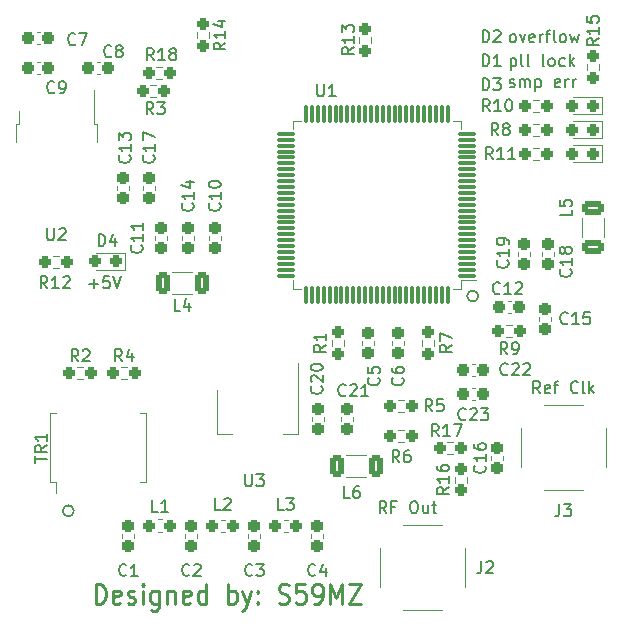
<source format=gto>
G04 #@! TF.GenerationSoftware,KiCad,Pcbnew,6.0.9-8da3e8f707~116~ubuntu20.04.1*
G04 #@! TF.CreationDate,2022-12-06T17:06:51+01:00*
G04 #@! TF.ProjectId,iqdac,69716461-632e-46b6-9963-61645f706362,rev?*
G04 #@! TF.SameCoordinates,Original*
G04 #@! TF.FileFunction,Legend,Top*
G04 #@! TF.FilePolarity,Positive*
%FSLAX46Y46*%
G04 Gerber Fmt 4.6, Leading zero omitted, Abs format (unit mm)*
G04 Created by KiCad (PCBNEW 6.0.9-8da3e8f707~116~ubuntu20.04.1) date 2022-12-06 17:06:51*
%MOMM*%
%LPD*%
G01*
G04 APERTURE LIST*
G04 Aperture macros list*
%AMRoundRect*
0 Rectangle with rounded corners*
0 $1 Rounding radius*
0 $2 $3 $4 $5 $6 $7 $8 $9 X,Y pos of 4 corners*
0 Add a 4 corners polygon primitive as box body*
4,1,4,$2,$3,$4,$5,$6,$7,$8,$9,$2,$3,0*
0 Add four circle primitives for the rounded corners*
1,1,$1+$1,$2,$3*
1,1,$1+$1,$4,$5*
1,1,$1+$1,$6,$7*
1,1,$1+$1,$8,$9*
0 Add four rect primitives between the rounded corners*
20,1,$1+$1,$2,$3,$4,$5,0*
20,1,$1+$1,$4,$5,$6,$7,0*
20,1,$1+$1,$6,$7,$8,$9,0*
20,1,$1+$1,$8,$9,$2,$3,0*%
G04 Aperture macros list end*
%ADD10C,0.150000*%
%ADD11C,0.250000*%
%ADD12C,0.120000*%
%ADD13RoundRect,0.237500X-0.237500X0.250000X-0.237500X-0.250000X0.237500X-0.250000X0.237500X0.250000X0*%
%ADD14RoundRect,0.075000X0.662500X0.075000X-0.662500X0.075000X-0.662500X-0.075000X0.662500X-0.075000X0*%
%ADD15RoundRect,0.075000X0.075000X0.662500X-0.075000X0.662500X-0.075000X-0.662500X0.075000X-0.662500X0*%
%ADD16R,5.000000X5.000000*%
%ADD17RoundRect,0.237500X0.237500X-0.300000X0.237500X0.300000X-0.237500X0.300000X-0.237500X-0.300000X0*%
%ADD18RoundRect,0.237500X0.287500X0.237500X-0.287500X0.237500X-0.287500X-0.237500X0.287500X-0.237500X0*%
%ADD19R,1.500000X2.000000*%
%ADD20R,3.800000X2.000000*%
%ADD21RoundRect,0.237500X0.300000X0.237500X-0.300000X0.237500X-0.300000X-0.237500X0.300000X-0.237500X0*%
%ADD22RoundRect,0.237500X-0.250000X-0.237500X0.250000X-0.237500X0.250000X0.237500X-0.250000X0.237500X0*%
%ADD23R,1.650000X2.540000*%
%ADD24RoundRect,0.237500X-0.300000X-0.237500X0.300000X-0.237500X0.300000X0.237500X-0.300000X0.237500X0*%
%ADD25RoundRect,0.237500X0.250000X0.237500X-0.250000X0.237500X-0.250000X-0.237500X0.250000X-0.237500X0*%
%ADD26RoundRect,0.237500X-0.287500X-0.237500X0.287500X-0.237500X0.287500X0.237500X-0.287500X0.237500X0*%
%ADD27RoundRect,0.237500X-0.237500X0.300000X-0.237500X-0.300000X0.237500X-0.300000X0.237500X0.300000X0*%
%ADD28C,2.050000*%
%ADD29C,2.250000*%
%ADD30C,2.500000*%
%ADD31RoundRect,0.250000X-0.700000X0.362500X-0.700000X-0.362500X0.700000X-0.362500X0.700000X0.362500X0*%
%ADD32RoundRect,0.250000X-0.362500X-0.700000X0.362500X-0.700000X0.362500X0.700000X-0.362500X0.700000X0*%
%ADD33R,1.200000X2.200000*%
%ADD34R,5.800000X6.400000*%
%ADD35RoundRect,0.250000X0.362500X0.700000X-0.362500X0.700000X-0.362500X-0.700000X0.362500X-0.700000X0*%
%ADD36RoundRect,0.237500X0.237500X-0.250000X0.237500X0.250000X-0.237500X0.250000X-0.237500X-0.250000X0*%
%ADD37R,1.700000X1.700000*%
%ADD38O,1.700000X1.700000*%
G04 APERTURE END LIST*
D10*
X141438353Y-99314000D02*
G75*
G03*
X141438353Y-99314000I-468353J0D01*
G01*
X175677553Y-81127600D02*
G75*
G03*
X175677553Y-81127600I-468353J0D01*
G01*
X178435333Y-60999714D02*
X178435333Y-61999714D01*
X178435333Y-61047333D02*
X178530571Y-60999714D01*
X178721047Y-60999714D01*
X178816285Y-61047333D01*
X178863904Y-61094952D01*
X178911523Y-61190190D01*
X178911523Y-61475904D01*
X178863904Y-61571142D01*
X178816285Y-61618761D01*
X178721047Y-61666380D01*
X178530571Y-61666380D01*
X178435333Y-61618761D01*
X179482952Y-61666380D02*
X179387714Y-61618761D01*
X179340095Y-61523523D01*
X179340095Y-60666380D01*
X180006761Y-61666380D02*
X179911523Y-61618761D01*
X179863904Y-61523523D01*
X179863904Y-60666380D01*
X181292476Y-61666380D02*
X181197238Y-61618761D01*
X181149619Y-61523523D01*
X181149619Y-60666380D01*
X181816285Y-61666380D02*
X181721047Y-61618761D01*
X181673428Y-61571142D01*
X181625809Y-61475904D01*
X181625809Y-61190190D01*
X181673428Y-61094952D01*
X181721047Y-61047333D01*
X181816285Y-60999714D01*
X181959142Y-60999714D01*
X182054380Y-61047333D01*
X182102000Y-61094952D01*
X182149619Y-61190190D01*
X182149619Y-61475904D01*
X182102000Y-61571142D01*
X182054380Y-61618761D01*
X181959142Y-61666380D01*
X181816285Y-61666380D01*
X183006761Y-61618761D02*
X182911523Y-61666380D01*
X182721047Y-61666380D01*
X182625809Y-61618761D01*
X182578190Y-61571142D01*
X182530571Y-61475904D01*
X182530571Y-61190190D01*
X182578190Y-61094952D01*
X182625809Y-61047333D01*
X182721047Y-60999714D01*
X182911523Y-60999714D01*
X183006761Y-61047333D01*
X183435333Y-61666380D02*
X183435333Y-60666380D01*
X183530571Y-61285428D02*
X183816285Y-61666380D01*
X183816285Y-60999714D02*
X183435333Y-61380666D01*
X178340095Y-63396761D02*
X178435333Y-63444380D01*
X178625809Y-63444380D01*
X178721047Y-63396761D01*
X178768666Y-63301523D01*
X178768666Y-63253904D01*
X178721047Y-63158666D01*
X178625809Y-63111047D01*
X178482952Y-63111047D01*
X178387714Y-63063428D01*
X178340095Y-62968190D01*
X178340095Y-62920571D01*
X178387714Y-62825333D01*
X178482952Y-62777714D01*
X178625809Y-62777714D01*
X178721047Y-62825333D01*
X179197238Y-63444380D02*
X179197238Y-62777714D01*
X179197238Y-62872952D02*
X179244857Y-62825333D01*
X179340095Y-62777714D01*
X179482952Y-62777714D01*
X179578190Y-62825333D01*
X179625809Y-62920571D01*
X179625809Y-63444380D01*
X179625809Y-62920571D02*
X179673428Y-62825333D01*
X179768666Y-62777714D01*
X179911523Y-62777714D01*
X180006761Y-62825333D01*
X180054380Y-62920571D01*
X180054380Y-63444380D01*
X180530571Y-62777714D02*
X180530571Y-63777714D01*
X180530571Y-62825333D02*
X180625809Y-62777714D01*
X180816285Y-62777714D01*
X180911523Y-62825333D01*
X180959142Y-62872952D01*
X181006761Y-62968190D01*
X181006761Y-63253904D01*
X180959142Y-63349142D01*
X180911523Y-63396761D01*
X180816285Y-63444380D01*
X180625809Y-63444380D01*
X180530571Y-63396761D01*
X182578190Y-63396761D02*
X182482952Y-63444380D01*
X182292476Y-63444380D01*
X182197238Y-63396761D01*
X182149619Y-63301523D01*
X182149619Y-62920571D01*
X182197238Y-62825333D01*
X182292476Y-62777714D01*
X182482952Y-62777714D01*
X182578190Y-62825333D01*
X182625809Y-62920571D01*
X182625809Y-63015809D01*
X182149619Y-63111047D01*
X183054380Y-63444380D02*
X183054380Y-62777714D01*
X183054380Y-62968190D02*
X183102000Y-62872952D01*
X183149619Y-62825333D01*
X183244857Y-62777714D01*
X183340095Y-62777714D01*
X183673428Y-63444380D02*
X183673428Y-62777714D01*
X183673428Y-62968190D02*
X183721047Y-62872952D01*
X183768666Y-62825333D01*
X183863904Y-62777714D01*
X183959142Y-62777714D01*
X178532452Y-59634380D02*
X178437214Y-59586761D01*
X178389595Y-59539142D01*
X178341976Y-59443904D01*
X178341976Y-59158190D01*
X178389595Y-59062952D01*
X178437214Y-59015333D01*
X178532452Y-58967714D01*
X178675309Y-58967714D01*
X178770547Y-59015333D01*
X178818166Y-59062952D01*
X178865785Y-59158190D01*
X178865785Y-59443904D01*
X178818166Y-59539142D01*
X178770547Y-59586761D01*
X178675309Y-59634380D01*
X178532452Y-59634380D01*
X179199119Y-58967714D02*
X179437214Y-59634380D01*
X179675309Y-58967714D01*
X180437214Y-59586761D02*
X180341976Y-59634380D01*
X180151500Y-59634380D01*
X180056261Y-59586761D01*
X180008642Y-59491523D01*
X180008642Y-59110571D01*
X180056261Y-59015333D01*
X180151500Y-58967714D01*
X180341976Y-58967714D01*
X180437214Y-59015333D01*
X180484833Y-59110571D01*
X180484833Y-59205809D01*
X180008642Y-59301047D01*
X180913404Y-59634380D02*
X180913404Y-58967714D01*
X180913404Y-59158190D02*
X180961023Y-59062952D01*
X181008642Y-59015333D01*
X181103880Y-58967714D01*
X181199119Y-58967714D01*
X181389595Y-58967714D02*
X181770547Y-58967714D01*
X181532452Y-59634380D02*
X181532452Y-58777238D01*
X181580071Y-58682000D01*
X181675309Y-58634380D01*
X181770547Y-58634380D01*
X182246738Y-59634380D02*
X182151500Y-59586761D01*
X182103880Y-59491523D01*
X182103880Y-58634380D01*
X182770547Y-59634380D02*
X182675309Y-59586761D01*
X182627690Y-59539142D01*
X182580071Y-59443904D01*
X182580071Y-59158190D01*
X182627690Y-59062952D01*
X182675309Y-59015333D01*
X182770547Y-58967714D01*
X182913404Y-58967714D01*
X183008642Y-59015333D01*
X183056261Y-59062952D01*
X183103880Y-59158190D01*
X183103880Y-59443904D01*
X183056261Y-59539142D01*
X183008642Y-59586761D01*
X182913404Y-59634380D01*
X182770547Y-59634380D01*
X183437214Y-58967714D02*
X183627690Y-59634380D01*
X183818166Y-59158190D01*
X184008642Y-59634380D01*
X184199119Y-58967714D01*
X167910095Y-99512380D02*
X167576761Y-99036190D01*
X167338666Y-99512380D02*
X167338666Y-98512380D01*
X167719619Y-98512380D01*
X167814857Y-98560000D01*
X167862476Y-98607619D01*
X167910095Y-98702857D01*
X167910095Y-98845714D01*
X167862476Y-98940952D01*
X167814857Y-98988571D01*
X167719619Y-99036190D01*
X167338666Y-99036190D01*
X168672000Y-98988571D02*
X168338666Y-98988571D01*
X168338666Y-99512380D02*
X168338666Y-98512380D01*
X168814857Y-98512380D01*
X170148190Y-98512380D02*
X170338666Y-98512380D01*
X170433904Y-98560000D01*
X170529142Y-98655238D01*
X170576761Y-98845714D01*
X170576761Y-99179047D01*
X170529142Y-99369523D01*
X170433904Y-99464761D01*
X170338666Y-99512380D01*
X170148190Y-99512380D01*
X170052952Y-99464761D01*
X169957714Y-99369523D01*
X169910095Y-99179047D01*
X169910095Y-98845714D01*
X169957714Y-98655238D01*
X170052952Y-98560000D01*
X170148190Y-98512380D01*
X171433904Y-98845714D02*
X171433904Y-99512380D01*
X171005333Y-98845714D02*
X171005333Y-99369523D01*
X171052952Y-99464761D01*
X171148190Y-99512380D01*
X171291047Y-99512380D01*
X171386285Y-99464761D01*
X171433904Y-99417142D01*
X171767238Y-98845714D02*
X172148190Y-98845714D01*
X171910095Y-98512380D02*
X171910095Y-99369523D01*
X171957714Y-99464761D01*
X172052952Y-99512380D01*
X172148190Y-99512380D01*
X142732285Y-80081428D02*
X143494190Y-80081428D01*
X143113238Y-80462380D02*
X143113238Y-79700476D01*
X144446571Y-79462380D02*
X143970380Y-79462380D01*
X143922761Y-79938571D01*
X143970380Y-79890952D01*
X144065619Y-79843333D01*
X144303714Y-79843333D01*
X144398952Y-79890952D01*
X144446571Y-79938571D01*
X144494190Y-80033809D01*
X144494190Y-80271904D01*
X144446571Y-80367142D01*
X144398952Y-80414761D01*
X144303714Y-80462380D01*
X144065619Y-80462380D01*
X143970380Y-80414761D01*
X143922761Y-80367142D01*
X144779904Y-79462380D02*
X145113238Y-80462380D01*
X145446571Y-79462380D01*
D11*
X143289142Y-107195047D02*
X143289142Y-105495047D01*
X143646285Y-105495047D01*
X143860571Y-105576000D01*
X144003428Y-105737904D01*
X144074857Y-105899809D01*
X144146285Y-106223619D01*
X144146285Y-106466476D01*
X144074857Y-106790285D01*
X144003428Y-106952190D01*
X143860571Y-107114095D01*
X143646285Y-107195047D01*
X143289142Y-107195047D01*
X145360571Y-107114095D02*
X145217714Y-107195047D01*
X144932000Y-107195047D01*
X144789142Y-107114095D01*
X144717714Y-106952190D01*
X144717714Y-106304571D01*
X144789142Y-106142666D01*
X144932000Y-106061714D01*
X145217714Y-106061714D01*
X145360571Y-106142666D01*
X145432000Y-106304571D01*
X145432000Y-106466476D01*
X144717714Y-106628380D01*
X146003428Y-107114095D02*
X146146285Y-107195047D01*
X146432000Y-107195047D01*
X146574857Y-107114095D01*
X146646285Y-106952190D01*
X146646285Y-106871238D01*
X146574857Y-106709333D01*
X146432000Y-106628380D01*
X146217714Y-106628380D01*
X146074857Y-106547428D01*
X146003428Y-106385523D01*
X146003428Y-106304571D01*
X146074857Y-106142666D01*
X146217714Y-106061714D01*
X146432000Y-106061714D01*
X146574857Y-106142666D01*
X147289142Y-107195047D02*
X147289142Y-106061714D01*
X147289142Y-105495047D02*
X147217714Y-105576000D01*
X147289142Y-105656952D01*
X147360571Y-105576000D01*
X147289142Y-105495047D01*
X147289142Y-105656952D01*
X148646285Y-106061714D02*
X148646285Y-107437904D01*
X148574857Y-107599809D01*
X148503428Y-107680761D01*
X148360571Y-107761714D01*
X148146285Y-107761714D01*
X148003428Y-107680761D01*
X148646285Y-107114095D02*
X148503428Y-107195047D01*
X148217714Y-107195047D01*
X148074857Y-107114095D01*
X148003428Y-107033142D01*
X147932000Y-106871238D01*
X147932000Y-106385523D01*
X148003428Y-106223619D01*
X148074857Y-106142666D01*
X148217714Y-106061714D01*
X148503428Y-106061714D01*
X148646285Y-106142666D01*
X149360571Y-106061714D02*
X149360571Y-107195047D01*
X149360571Y-106223619D02*
X149432000Y-106142666D01*
X149574857Y-106061714D01*
X149789142Y-106061714D01*
X149932000Y-106142666D01*
X150003428Y-106304571D01*
X150003428Y-107195047D01*
X151289142Y-107114095D02*
X151146285Y-107195047D01*
X150860571Y-107195047D01*
X150717714Y-107114095D01*
X150646285Y-106952190D01*
X150646285Y-106304571D01*
X150717714Y-106142666D01*
X150860571Y-106061714D01*
X151146285Y-106061714D01*
X151289142Y-106142666D01*
X151360571Y-106304571D01*
X151360571Y-106466476D01*
X150646285Y-106628380D01*
X152646285Y-107195047D02*
X152646285Y-105495047D01*
X152646285Y-107114095D02*
X152503428Y-107195047D01*
X152217714Y-107195047D01*
X152074857Y-107114095D01*
X152003428Y-107033142D01*
X151932000Y-106871238D01*
X151932000Y-106385523D01*
X152003428Y-106223619D01*
X152074857Y-106142666D01*
X152217714Y-106061714D01*
X152503428Y-106061714D01*
X152646285Y-106142666D01*
X154503428Y-107195047D02*
X154503428Y-105495047D01*
X154503428Y-106142666D02*
X154646285Y-106061714D01*
X154932000Y-106061714D01*
X155074857Y-106142666D01*
X155146285Y-106223619D01*
X155217714Y-106385523D01*
X155217714Y-106871238D01*
X155146285Y-107033142D01*
X155074857Y-107114095D01*
X154932000Y-107195047D01*
X154646285Y-107195047D01*
X154503428Y-107114095D01*
X155717714Y-106061714D02*
X156074857Y-107195047D01*
X156432000Y-106061714D02*
X156074857Y-107195047D01*
X155932000Y-107599809D01*
X155860571Y-107680761D01*
X155717714Y-107761714D01*
X157003428Y-107033142D02*
X157074857Y-107114095D01*
X157003428Y-107195047D01*
X156932000Y-107114095D01*
X157003428Y-107033142D01*
X157003428Y-107195047D01*
X157003428Y-106142666D02*
X157074857Y-106223619D01*
X157003428Y-106304571D01*
X156932000Y-106223619D01*
X157003428Y-106142666D01*
X157003428Y-106304571D01*
X158789142Y-107114095D02*
X159003428Y-107195047D01*
X159360571Y-107195047D01*
X159503428Y-107114095D01*
X159574857Y-107033142D01*
X159646285Y-106871238D01*
X159646285Y-106709333D01*
X159574857Y-106547428D01*
X159503428Y-106466476D01*
X159360571Y-106385523D01*
X159074857Y-106304571D01*
X158932000Y-106223619D01*
X158860571Y-106142666D01*
X158789142Y-105980761D01*
X158789142Y-105818857D01*
X158860571Y-105656952D01*
X158932000Y-105576000D01*
X159074857Y-105495047D01*
X159432000Y-105495047D01*
X159646285Y-105576000D01*
X161003428Y-105495047D02*
X160289142Y-105495047D01*
X160217714Y-106304571D01*
X160289142Y-106223619D01*
X160432000Y-106142666D01*
X160789142Y-106142666D01*
X160932000Y-106223619D01*
X161003428Y-106304571D01*
X161074857Y-106466476D01*
X161074857Y-106871238D01*
X161003428Y-107033142D01*
X160932000Y-107114095D01*
X160789142Y-107195047D01*
X160432000Y-107195047D01*
X160289142Y-107114095D01*
X160217714Y-107033142D01*
X161789142Y-107195047D02*
X162074857Y-107195047D01*
X162217714Y-107114095D01*
X162289142Y-107033142D01*
X162432000Y-106790285D01*
X162503428Y-106466476D01*
X162503428Y-105818857D01*
X162432000Y-105656952D01*
X162360571Y-105576000D01*
X162217714Y-105495047D01*
X161932000Y-105495047D01*
X161789142Y-105576000D01*
X161717714Y-105656952D01*
X161646285Y-105818857D01*
X161646285Y-106223619D01*
X161717714Y-106385523D01*
X161789142Y-106466476D01*
X161932000Y-106547428D01*
X162217714Y-106547428D01*
X162360571Y-106466476D01*
X162432000Y-106385523D01*
X162503428Y-106223619D01*
X163146285Y-107195047D02*
X163146285Y-105495047D01*
X163646285Y-106709333D01*
X164146285Y-105495047D01*
X164146285Y-107195047D01*
X164717714Y-105495047D02*
X165717714Y-105495047D01*
X164717714Y-107195047D01*
X165717714Y-107195047D01*
D10*
X180927619Y-89352380D02*
X180594285Y-88876190D01*
X180356190Y-89352380D02*
X180356190Y-88352380D01*
X180737142Y-88352380D01*
X180832380Y-88400000D01*
X180880000Y-88447619D01*
X180927619Y-88542857D01*
X180927619Y-88685714D01*
X180880000Y-88780952D01*
X180832380Y-88828571D01*
X180737142Y-88876190D01*
X180356190Y-88876190D01*
X181737142Y-89304761D02*
X181641904Y-89352380D01*
X181451428Y-89352380D01*
X181356190Y-89304761D01*
X181308571Y-89209523D01*
X181308571Y-88828571D01*
X181356190Y-88733333D01*
X181451428Y-88685714D01*
X181641904Y-88685714D01*
X181737142Y-88733333D01*
X181784761Y-88828571D01*
X181784761Y-88923809D01*
X181308571Y-89019047D01*
X182070476Y-88685714D02*
X182451428Y-88685714D01*
X182213333Y-89352380D02*
X182213333Y-88495238D01*
X182260952Y-88400000D01*
X182356190Y-88352380D01*
X182451428Y-88352380D01*
X184118095Y-89257142D02*
X184070476Y-89304761D01*
X183927619Y-89352380D01*
X183832380Y-89352380D01*
X183689523Y-89304761D01*
X183594285Y-89209523D01*
X183546666Y-89114285D01*
X183499047Y-88923809D01*
X183499047Y-88780952D01*
X183546666Y-88590476D01*
X183594285Y-88495238D01*
X183689523Y-88400000D01*
X183832380Y-88352380D01*
X183927619Y-88352380D01*
X184070476Y-88400000D01*
X184118095Y-88447619D01*
X184689523Y-89352380D02*
X184594285Y-89304761D01*
X184546666Y-89209523D01*
X184546666Y-88352380D01*
X185070476Y-89352380D02*
X185070476Y-88352380D01*
X185165714Y-88971428D02*
X185451428Y-89352380D01*
X185451428Y-88685714D02*
X185070476Y-89066666D01*
X154282380Y-59674357D02*
X153806190Y-60007690D01*
X154282380Y-60245785D02*
X153282380Y-60245785D01*
X153282380Y-59864833D01*
X153330000Y-59769595D01*
X153377619Y-59721976D01*
X153472857Y-59674357D01*
X153615714Y-59674357D01*
X153710952Y-59721976D01*
X153758571Y-59769595D01*
X153806190Y-59864833D01*
X153806190Y-60245785D01*
X154282380Y-58721976D02*
X154282380Y-59293404D01*
X154282380Y-59007690D02*
X153282380Y-59007690D01*
X153425238Y-59102928D01*
X153520476Y-59198166D01*
X153568095Y-59293404D01*
X153615714Y-57864833D02*
X154282380Y-57864833D01*
X153234761Y-58102928D02*
X153949047Y-58341023D01*
X153949047Y-57721976D01*
X162052095Y-63206380D02*
X162052095Y-64015904D01*
X162099714Y-64111142D01*
X162147333Y-64158761D01*
X162242571Y-64206380D01*
X162433047Y-64206380D01*
X162528285Y-64158761D01*
X162575904Y-64111142D01*
X162623523Y-64015904D01*
X162623523Y-63206380D01*
X163623523Y-64206380D02*
X163052095Y-64206380D01*
X163337809Y-64206380D02*
X163337809Y-63206380D01*
X163242571Y-63349238D01*
X163147333Y-63444476D01*
X163052095Y-63492095D01*
X161897333Y-104738642D02*
X161849714Y-104786261D01*
X161706857Y-104833880D01*
X161611619Y-104833880D01*
X161468761Y-104786261D01*
X161373523Y-104691023D01*
X161325904Y-104595785D01*
X161278285Y-104405309D01*
X161278285Y-104262452D01*
X161325904Y-104071976D01*
X161373523Y-103976738D01*
X161468761Y-103881500D01*
X161611619Y-103833880D01*
X161706857Y-103833880D01*
X161849714Y-103881500D01*
X161897333Y-103929119D01*
X162754476Y-104167214D02*
X162754476Y-104833880D01*
X162516380Y-103786261D02*
X162278285Y-104500547D01*
X162897333Y-104500547D01*
X176045904Y-61666380D02*
X176045904Y-60666380D01*
X176284000Y-60666380D01*
X176426857Y-60714000D01*
X176522095Y-60809238D01*
X176569714Y-60904476D01*
X176617333Y-61094952D01*
X176617333Y-61237809D01*
X176569714Y-61428285D01*
X176522095Y-61523523D01*
X176426857Y-61618761D01*
X176284000Y-61666380D01*
X176045904Y-61666380D01*
X177569714Y-61666380D02*
X176998285Y-61666380D01*
X177284000Y-61666380D02*
X177284000Y-60666380D01*
X177188761Y-60809238D01*
X177093523Y-60904476D01*
X176998285Y-60952095D01*
X155956095Y-96226380D02*
X155956095Y-97035904D01*
X156003714Y-97131142D01*
X156051333Y-97178761D01*
X156146571Y-97226380D01*
X156337047Y-97226380D01*
X156432285Y-97178761D01*
X156479904Y-97131142D01*
X156527523Y-97035904D01*
X156527523Y-96226380D01*
X156908476Y-96226380D02*
X157527523Y-96226380D01*
X157194190Y-96607333D01*
X157337047Y-96607333D01*
X157432285Y-96654952D01*
X157479904Y-96702571D01*
X157527523Y-96797809D01*
X157527523Y-97035904D01*
X157479904Y-97131142D01*
X157432285Y-97178761D01*
X157337047Y-97226380D01*
X157051333Y-97226380D01*
X156956095Y-97178761D01*
X156908476Y-97131142D01*
X167235142Y-88050666D02*
X167282761Y-88098285D01*
X167330380Y-88241142D01*
X167330380Y-88336380D01*
X167282761Y-88479238D01*
X167187523Y-88574476D01*
X167092285Y-88622095D01*
X166901809Y-88669714D01*
X166758952Y-88669714D01*
X166568476Y-88622095D01*
X166473238Y-88574476D01*
X166378000Y-88479238D01*
X166330380Y-88336380D01*
X166330380Y-88241142D01*
X166378000Y-88098285D01*
X166425619Y-88050666D01*
X166330380Y-87145904D02*
X166330380Y-87622095D01*
X166806571Y-87669714D01*
X166758952Y-87622095D01*
X166711333Y-87526857D01*
X166711333Y-87288761D01*
X166758952Y-87193523D01*
X166806571Y-87145904D01*
X166901809Y-87098285D01*
X167139904Y-87098285D01*
X167235142Y-87145904D01*
X167282761Y-87193523D01*
X167330380Y-87288761D01*
X167330380Y-87526857D01*
X167282761Y-87622095D01*
X167235142Y-87669714D01*
X144613333Y-60809142D02*
X144565714Y-60856761D01*
X144422857Y-60904380D01*
X144327619Y-60904380D01*
X144184761Y-60856761D01*
X144089523Y-60761523D01*
X144041904Y-60666285D01*
X143994285Y-60475809D01*
X143994285Y-60332952D01*
X144041904Y-60142476D01*
X144089523Y-60047238D01*
X144184761Y-59952000D01*
X144327619Y-59904380D01*
X144422857Y-59904380D01*
X144565714Y-59952000D01*
X144613333Y-59999619D01*
X145184761Y-60332952D02*
X145089523Y-60285333D01*
X145041904Y-60237714D01*
X144994285Y-60142476D01*
X144994285Y-60094857D01*
X145041904Y-59999619D01*
X145089523Y-59952000D01*
X145184761Y-59904380D01*
X145375238Y-59904380D01*
X145470476Y-59952000D01*
X145518095Y-59999619D01*
X145565714Y-60094857D01*
X145565714Y-60142476D01*
X145518095Y-60237714D01*
X145470476Y-60285333D01*
X145375238Y-60332952D01*
X145184761Y-60332952D01*
X145089523Y-60380571D01*
X145041904Y-60428190D01*
X144994285Y-60523428D01*
X144994285Y-60713904D01*
X145041904Y-60809142D01*
X145089523Y-60856761D01*
X145184761Y-60904380D01*
X145375238Y-60904380D01*
X145470476Y-60856761D01*
X145518095Y-60809142D01*
X145565714Y-60713904D01*
X145565714Y-60523428D01*
X145518095Y-60428190D01*
X145470476Y-60380571D01*
X145375238Y-60332952D01*
X178141333Y-86050380D02*
X177808000Y-85574190D01*
X177569904Y-86050380D02*
X177569904Y-85050380D01*
X177950857Y-85050380D01*
X178046095Y-85098000D01*
X178093714Y-85145619D01*
X178141333Y-85240857D01*
X178141333Y-85383714D01*
X178093714Y-85478952D01*
X178046095Y-85526571D01*
X177950857Y-85574190D01*
X177569904Y-85574190D01*
X178617523Y-86050380D02*
X178808000Y-86050380D01*
X178903238Y-86002761D01*
X178950857Y-85955142D01*
X179046095Y-85812285D01*
X179093714Y-85621809D01*
X179093714Y-85240857D01*
X179046095Y-85145619D01*
X178998476Y-85098000D01*
X178903238Y-85050380D01*
X178712761Y-85050380D01*
X178617523Y-85098000D01*
X178569904Y-85145619D01*
X178522285Y-85240857D01*
X178522285Y-85478952D01*
X178569904Y-85574190D01*
X178617523Y-85621809D01*
X178712761Y-85669428D01*
X178903238Y-85669428D01*
X178998476Y-85621809D01*
X179046095Y-85574190D01*
X179093714Y-85478952D01*
X138136380Y-95241904D02*
X138136380Y-94670476D01*
X139136380Y-94956190D02*
X138136380Y-94956190D01*
X139136380Y-93765714D02*
X138660190Y-94099047D01*
X139136380Y-94337142D02*
X138136380Y-94337142D01*
X138136380Y-93956190D01*
X138184000Y-93860952D01*
X138231619Y-93813333D01*
X138326857Y-93765714D01*
X138469714Y-93765714D01*
X138564952Y-93813333D01*
X138612571Y-93860952D01*
X138660190Y-93956190D01*
X138660190Y-94337142D01*
X139136380Y-92813333D02*
X139136380Y-93384761D01*
X139136380Y-93099047D02*
X138136380Y-93099047D01*
X138279238Y-93194285D01*
X138374476Y-93289523D01*
X138422095Y-93384761D01*
X139207642Y-80462380D02*
X138874309Y-79986190D01*
X138636214Y-80462380D02*
X138636214Y-79462380D01*
X139017166Y-79462380D01*
X139112404Y-79510000D01*
X139160023Y-79557619D01*
X139207642Y-79652857D01*
X139207642Y-79795714D01*
X139160023Y-79890952D01*
X139112404Y-79938571D01*
X139017166Y-79986190D01*
X138636214Y-79986190D01*
X140160023Y-80462380D02*
X139588595Y-80462380D01*
X139874309Y-80462380D02*
X139874309Y-79462380D01*
X139779071Y-79605238D01*
X139683833Y-79700476D01*
X139588595Y-79748095D01*
X140540976Y-79557619D02*
X140588595Y-79510000D01*
X140683833Y-79462380D01*
X140921928Y-79462380D01*
X141017166Y-79510000D01*
X141064785Y-79557619D01*
X141112404Y-79652857D01*
X141112404Y-79748095D01*
X141064785Y-79890952D01*
X140493357Y-80462380D01*
X141112404Y-80462380D01*
X178173142Y-87733142D02*
X178125523Y-87780761D01*
X177982666Y-87828380D01*
X177887428Y-87828380D01*
X177744571Y-87780761D01*
X177649333Y-87685523D01*
X177601714Y-87590285D01*
X177554095Y-87399809D01*
X177554095Y-87256952D01*
X177601714Y-87066476D01*
X177649333Y-86971238D01*
X177744571Y-86876000D01*
X177887428Y-86828380D01*
X177982666Y-86828380D01*
X178125523Y-86876000D01*
X178173142Y-86923619D01*
X178554095Y-86923619D02*
X178601714Y-86876000D01*
X178696952Y-86828380D01*
X178935047Y-86828380D01*
X179030285Y-86876000D01*
X179077904Y-86923619D01*
X179125523Y-87018857D01*
X179125523Y-87114095D01*
X179077904Y-87256952D01*
X178506476Y-87828380D01*
X179125523Y-87828380D01*
X179506476Y-86923619D02*
X179554095Y-86876000D01*
X179649333Y-86828380D01*
X179887428Y-86828380D01*
X179982666Y-86876000D01*
X180030285Y-86923619D01*
X180077904Y-87018857D01*
X180077904Y-87114095D01*
X180030285Y-87256952D01*
X179458857Y-87828380D01*
X180077904Y-87828380D01*
X183253142Y-83415142D02*
X183205523Y-83462761D01*
X183062666Y-83510380D01*
X182967428Y-83510380D01*
X182824571Y-83462761D01*
X182729333Y-83367523D01*
X182681714Y-83272285D01*
X182634095Y-83081809D01*
X182634095Y-82938952D01*
X182681714Y-82748476D01*
X182729333Y-82653238D01*
X182824571Y-82558000D01*
X182967428Y-82510380D01*
X183062666Y-82510380D01*
X183205523Y-82558000D01*
X183253142Y-82605619D01*
X184205523Y-83510380D02*
X183634095Y-83510380D01*
X183919809Y-83510380D02*
X183919809Y-82510380D01*
X183824571Y-82653238D01*
X183729333Y-82748476D01*
X183634095Y-82796095D01*
X185110285Y-82510380D02*
X184634095Y-82510380D01*
X184586476Y-82986571D01*
X184634095Y-82938952D01*
X184729333Y-82891333D01*
X184967428Y-82891333D01*
X185062666Y-82938952D01*
X185110285Y-82986571D01*
X185157904Y-83081809D01*
X185157904Y-83319904D01*
X185110285Y-83415142D01*
X185062666Y-83462761D01*
X184967428Y-83510380D01*
X184729333Y-83510380D01*
X184634095Y-83462761D01*
X184586476Y-83415142D01*
X141819333Y-86652380D02*
X141486000Y-86176190D01*
X141247904Y-86652380D02*
X141247904Y-85652380D01*
X141628857Y-85652380D01*
X141724095Y-85700000D01*
X141771714Y-85747619D01*
X141819333Y-85842857D01*
X141819333Y-85985714D01*
X141771714Y-86080952D01*
X141724095Y-86128571D01*
X141628857Y-86176190D01*
X141247904Y-86176190D01*
X142200285Y-85747619D02*
X142247904Y-85700000D01*
X142343142Y-85652380D01*
X142581238Y-85652380D01*
X142676476Y-85700000D01*
X142724095Y-85747619D01*
X142771714Y-85842857D01*
X142771714Y-85938095D01*
X142724095Y-86080952D01*
X142152666Y-86652380D01*
X142771714Y-86652380D01*
X168997333Y-95194380D02*
X168664000Y-94718190D01*
X168425904Y-95194380D02*
X168425904Y-94194380D01*
X168806857Y-94194380D01*
X168902095Y-94242000D01*
X168949714Y-94289619D01*
X168997333Y-94384857D01*
X168997333Y-94527714D01*
X168949714Y-94622952D01*
X168902095Y-94670571D01*
X168806857Y-94718190D01*
X168425904Y-94718190D01*
X169854476Y-94194380D02*
X169664000Y-94194380D01*
X169568761Y-94242000D01*
X169521142Y-94289619D01*
X169425904Y-94432476D01*
X169378285Y-94622952D01*
X169378285Y-95003904D01*
X169425904Y-95099142D01*
X169473523Y-95146761D01*
X169568761Y-95194380D01*
X169759238Y-95194380D01*
X169854476Y-95146761D01*
X169902095Y-95099142D01*
X169949714Y-95003904D01*
X169949714Y-94765809D01*
X169902095Y-94670571D01*
X169854476Y-94622952D01*
X169759238Y-94575333D01*
X169568761Y-94575333D01*
X169473523Y-94622952D01*
X169425904Y-94670571D01*
X169378285Y-94765809D01*
X147169142Y-76842857D02*
X147216761Y-76890476D01*
X147264380Y-77033333D01*
X147264380Y-77128571D01*
X147216761Y-77271428D01*
X147121523Y-77366666D01*
X147026285Y-77414285D01*
X146835809Y-77461904D01*
X146692952Y-77461904D01*
X146502476Y-77414285D01*
X146407238Y-77366666D01*
X146312000Y-77271428D01*
X146264380Y-77128571D01*
X146264380Y-77033333D01*
X146312000Y-76890476D01*
X146359619Y-76842857D01*
X147264380Y-75890476D02*
X147264380Y-76461904D01*
X147264380Y-76176190D02*
X146264380Y-76176190D01*
X146407238Y-76271428D01*
X146502476Y-76366666D01*
X146550095Y-76461904D01*
X147264380Y-74938095D02*
X147264380Y-75509523D01*
X147264380Y-75223809D02*
X146264380Y-75223809D01*
X146407238Y-75319047D01*
X146502476Y-75414285D01*
X146550095Y-75509523D01*
X139787333Y-63857142D02*
X139739714Y-63904761D01*
X139596857Y-63952380D01*
X139501619Y-63952380D01*
X139358761Y-63904761D01*
X139263523Y-63809523D01*
X139215904Y-63714285D01*
X139168285Y-63523809D01*
X139168285Y-63380952D01*
X139215904Y-63190476D01*
X139263523Y-63095238D01*
X139358761Y-63000000D01*
X139501619Y-62952380D01*
X139596857Y-62952380D01*
X139739714Y-63000000D01*
X139787333Y-63047619D01*
X140263523Y-63952380D02*
X140454000Y-63952380D01*
X140549238Y-63904761D01*
X140596857Y-63857142D01*
X140692095Y-63714285D01*
X140739714Y-63523809D01*
X140739714Y-63142857D01*
X140692095Y-63047619D01*
X140644476Y-63000000D01*
X140549238Y-62952380D01*
X140358761Y-62952380D01*
X140263523Y-63000000D01*
X140215904Y-63047619D01*
X140168285Y-63142857D01*
X140168285Y-63380952D01*
X140215904Y-63476190D01*
X140263523Y-63523809D01*
X140358761Y-63571428D01*
X140549238Y-63571428D01*
X140644476Y-63523809D01*
X140692095Y-63476190D01*
X140739714Y-63380952D01*
X148548833Y-99374380D02*
X148072642Y-99374380D01*
X148072642Y-98374380D01*
X149405976Y-99374380D02*
X148834547Y-99374380D01*
X149120261Y-99374380D02*
X149120261Y-98374380D01*
X149025023Y-98517238D01*
X148929785Y-98612476D01*
X148834547Y-98660095D01*
X183491142Y-78874857D02*
X183538761Y-78922476D01*
X183586380Y-79065333D01*
X183586380Y-79160571D01*
X183538761Y-79303428D01*
X183443523Y-79398666D01*
X183348285Y-79446285D01*
X183157809Y-79493904D01*
X183014952Y-79493904D01*
X182824476Y-79446285D01*
X182729238Y-79398666D01*
X182634000Y-79303428D01*
X182586380Y-79160571D01*
X182586380Y-79065333D01*
X182634000Y-78922476D01*
X182681619Y-78874857D01*
X183586380Y-77922476D02*
X183586380Y-78493904D01*
X183586380Y-78208190D02*
X182586380Y-78208190D01*
X182729238Y-78303428D01*
X182824476Y-78398666D01*
X182872095Y-78493904D01*
X183014952Y-77351047D02*
X182967333Y-77446285D01*
X182919714Y-77493904D01*
X182824476Y-77541523D01*
X182776857Y-77541523D01*
X182681619Y-77493904D01*
X182634000Y-77446285D01*
X182586380Y-77351047D01*
X182586380Y-77160571D01*
X182634000Y-77065333D01*
X182681619Y-77017714D01*
X182776857Y-76970095D01*
X182824476Y-76970095D01*
X182919714Y-77017714D01*
X182967333Y-77065333D01*
X183014952Y-77160571D01*
X183014952Y-77351047D01*
X183062571Y-77446285D01*
X183110190Y-77493904D01*
X183205428Y-77541523D01*
X183395904Y-77541523D01*
X183491142Y-77493904D01*
X183538761Y-77446285D01*
X183586380Y-77351047D01*
X183586380Y-77160571D01*
X183538761Y-77065333D01*
X183491142Y-77017714D01*
X183395904Y-76970095D01*
X183205428Y-76970095D01*
X183110190Y-77017714D01*
X183062571Y-77065333D01*
X183014952Y-77160571D01*
X148169333Y-65730380D02*
X147836000Y-65254190D01*
X147597904Y-65730380D02*
X147597904Y-64730380D01*
X147978857Y-64730380D01*
X148074095Y-64778000D01*
X148121714Y-64825619D01*
X148169333Y-64920857D01*
X148169333Y-65063714D01*
X148121714Y-65158952D01*
X148074095Y-65206571D01*
X147978857Y-65254190D01*
X147597904Y-65254190D01*
X148502666Y-64730380D02*
X149121714Y-64730380D01*
X148788380Y-65111333D01*
X148931238Y-65111333D01*
X149026476Y-65158952D01*
X149074095Y-65206571D01*
X149121714Y-65301809D01*
X149121714Y-65539904D01*
X149074095Y-65635142D01*
X149026476Y-65682761D01*
X148931238Y-65730380D01*
X148645523Y-65730380D01*
X148550285Y-65682761D01*
X148502666Y-65635142D01*
X176045904Y-63698380D02*
X176045904Y-62698380D01*
X176284000Y-62698380D01*
X176426857Y-62746000D01*
X176522095Y-62841238D01*
X176569714Y-62936476D01*
X176617333Y-63126952D01*
X176617333Y-63269809D01*
X176569714Y-63460285D01*
X176522095Y-63555523D01*
X176426857Y-63650761D01*
X176284000Y-63698380D01*
X176045904Y-63698380D01*
X176950666Y-62698380D02*
X177569714Y-62698380D01*
X177236380Y-63079333D01*
X177379238Y-63079333D01*
X177474476Y-63126952D01*
X177522095Y-63174571D01*
X177569714Y-63269809D01*
X177569714Y-63507904D01*
X177522095Y-63603142D01*
X177474476Y-63650761D01*
X177379238Y-63698380D01*
X177093523Y-63698380D01*
X176998285Y-63650761D01*
X176950666Y-63603142D01*
X176649142Y-65476380D02*
X176315809Y-65000190D01*
X176077714Y-65476380D02*
X176077714Y-64476380D01*
X176458666Y-64476380D01*
X176553904Y-64524000D01*
X176601523Y-64571619D01*
X176649142Y-64666857D01*
X176649142Y-64809714D01*
X176601523Y-64904952D01*
X176553904Y-64952571D01*
X176458666Y-65000190D01*
X176077714Y-65000190D01*
X177601523Y-65476380D02*
X177030095Y-65476380D01*
X177315809Y-65476380D02*
X177315809Y-64476380D01*
X177220571Y-64619238D01*
X177125333Y-64714476D01*
X177030095Y-64762095D01*
X178220571Y-64476380D02*
X178315809Y-64476380D01*
X178411047Y-64524000D01*
X178458666Y-64571619D01*
X178506285Y-64666857D01*
X178553904Y-64857333D01*
X178553904Y-65095428D01*
X178506285Y-65285904D01*
X178458666Y-65381142D01*
X178411047Y-65428761D01*
X178315809Y-65476380D01*
X178220571Y-65476380D01*
X178125333Y-65428761D01*
X178077714Y-65381142D01*
X178030095Y-65285904D01*
X177982476Y-65095428D01*
X177982476Y-64857333D01*
X178030095Y-64666857D01*
X178077714Y-64571619D01*
X178125333Y-64524000D01*
X178220571Y-64476380D01*
X153870333Y-99245880D02*
X153394142Y-99245880D01*
X153394142Y-98245880D01*
X154156047Y-98341119D02*
X154203666Y-98293500D01*
X154298904Y-98245880D01*
X154537000Y-98245880D01*
X154632238Y-98293500D01*
X154679857Y-98341119D01*
X154727476Y-98436357D01*
X154727476Y-98531595D01*
X154679857Y-98674452D01*
X154108428Y-99245880D01*
X154727476Y-99245880D01*
X176903142Y-69540380D02*
X176569809Y-69064190D01*
X176331714Y-69540380D02*
X176331714Y-68540380D01*
X176712666Y-68540380D01*
X176807904Y-68588000D01*
X176855523Y-68635619D01*
X176903142Y-68730857D01*
X176903142Y-68873714D01*
X176855523Y-68968952D01*
X176807904Y-69016571D01*
X176712666Y-69064190D01*
X176331714Y-69064190D01*
X177855523Y-69540380D02*
X177284095Y-69540380D01*
X177569809Y-69540380D02*
X177569809Y-68540380D01*
X177474571Y-68683238D01*
X177379333Y-68778476D01*
X177284095Y-68826095D01*
X178807904Y-69540380D02*
X178236476Y-69540380D01*
X178522190Y-69540380D02*
X178522190Y-68540380D01*
X178426952Y-68683238D01*
X178331714Y-68778476D01*
X178236476Y-68826095D01*
X176219142Y-95485357D02*
X176266761Y-95532976D01*
X176314380Y-95675833D01*
X176314380Y-95771071D01*
X176266761Y-95913928D01*
X176171523Y-96009166D01*
X176076285Y-96056785D01*
X175885809Y-96104404D01*
X175742952Y-96104404D01*
X175552476Y-96056785D01*
X175457238Y-96009166D01*
X175362000Y-95913928D01*
X175314380Y-95771071D01*
X175314380Y-95675833D01*
X175362000Y-95532976D01*
X175409619Y-95485357D01*
X176314380Y-94532976D02*
X176314380Y-95104404D01*
X176314380Y-94818690D02*
X175314380Y-94818690D01*
X175457238Y-94913928D01*
X175552476Y-95009166D01*
X175600095Y-95104404D01*
X175314380Y-93675833D02*
X175314380Y-93866309D01*
X175362000Y-93961547D01*
X175409619Y-94009166D01*
X175552476Y-94104404D01*
X175742952Y-94152023D01*
X176123904Y-94152023D01*
X176219142Y-94104404D01*
X176266761Y-94056785D01*
X176314380Y-93961547D01*
X176314380Y-93771071D01*
X176266761Y-93675833D01*
X176219142Y-93628214D01*
X176123904Y-93580595D01*
X175885809Y-93580595D01*
X175790571Y-93628214D01*
X175742952Y-93675833D01*
X175695333Y-93771071D01*
X175695333Y-93961547D01*
X175742952Y-94056785D01*
X175790571Y-94104404D01*
X175885809Y-94152023D01*
X176045904Y-59634380D02*
X176045904Y-58634380D01*
X176284000Y-58634380D01*
X176426857Y-58682000D01*
X176522095Y-58777238D01*
X176569714Y-58872476D01*
X176617333Y-59062952D01*
X176617333Y-59205809D01*
X176569714Y-59396285D01*
X176522095Y-59491523D01*
X176426857Y-59586761D01*
X176284000Y-59634380D01*
X176045904Y-59634380D01*
X176998285Y-58729619D02*
X177045904Y-58682000D01*
X177141142Y-58634380D01*
X177379238Y-58634380D01*
X177474476Y-58682000D01*
X177522095Y-58729619D01*
X177569714Y-58824857D01*
X177569714Y-58920095D01*
X177522095Y-59062952D01*
X176950666Y-59634380D01*
X177569714Y-59634380D01*
X182546666Y-98766380D02*
X182546666Y-99480666D01*
X182499047Y-99623523D01*
X182403809Y-99718761D01*
X182260952Y-99766380D01*
X182165714Y-99766380D01*
X182927619Y-98766380D02*
X183546666Y-98766380D01*
X183213333Y-99147333D01*
X183356190Y-99147333D01*
X183451428Y-99194952D01*
X183499047Y-99242571D01*
X183546666Y-99337809D01*
X183546666Y-99575904D01*
X183499047Y-99671142D01*
X183451428Y-99718761D01*
X183356190Y-99766380D01*
X183070476Y-99766380D01*
X182975238Y-99718761D01*
X182927619Y-99671142D01*
X153773142Y-73286857D02*
X153820761Y-73334476D01*
X153868380Y-73477333D01*
X153868380Y-73572571D01*
X153820761Y-73715428D01*
X153725523Y-73810666D01*
X153630285Y-73858285D01*
X153439809Y-73905904D01*
X153296952Y-73905904D01*
X153106476Y-73858285D01*
X153011238Y-73810666D01*
X152916000Y-73715428D01*
X152868380Y-73572571D01*
X152868380Y-73477333D01*
X152916000Y-73334476D01*
X152963619Y-73286857D01*
X153868380Y-72334476D02*
X153868380Y-72905904D01*
X153868380Y-72620190D02*
X152868380Y-72620190D01*
X153011238Y-72715428D01*
X153106476Y-72810666D01*
X153154095Y-72905904D01*
X152868380Y-71715428D02*
X152868380Y-71620190D01*
X152916000Y-71524952D01*
X152963619Y-71477333D01*
X153058857Y-71429714D01*
X153249333Y-71382095D01*
X153487428Y-71382095D01*
X153677904Y-71429714D01*
X153773142Y-71477333D01*
X153820761Y-71524952D01*
X153868380Y-71620190D01*
X153868380Y-71715428D01*
X153820761Y-71810666D01*
X153773142Y-71858285D01*
X153677904Y-71905904D01*
X153487428Y-71953523D01*
X153249333Y-71953523D01*
X153058857Y-71905904D01*
X152963619Y-71858285D01*
X152916000Y-71810666D01*
X152868380Y-71715428D01*
X173426380Y-85256666D02*
X172950190Y-85590000D01*
X173426380Y-85828095D02*
X172426380Y-85828095D01*
X172426380Y-85447142D01*
X172474000Y-85351904D01*
X172521619Y-85304285D01*
X172616857Y-85256666D01*
X172759714Y-85256666D01*
X172854952Y-85304285D01*
X172902571Y-85351904D01*
X172950190Y-85447142D01*
X172950190Y-85828095D01*
X172426380Y-84923333D02*
X172426380Y-84256666D01*
X173426380Y-84685238D01*
X141565333Y-59793142D02*
X141517714Y-59840761D01*
X141374857Y-59888380D01*
X141279619Y-59888380D01*
X141136761Y-59840761D01*
X141041523Y-59745523D01*
X140993904Y-59650285D01*
X140946285Y-59459809D01*
X140946285Y-59316952D01*
X140993904Y-59126476D01*
X141041523Y-59031238D01*
X141136761Y-58936000D01*
X141279619Y-58888380D01*
X141374857Y-58888380D01*
X141517714Y-58936000D01*
X141565333Y-58983619D01*
X141898666Y-58888380D02*
X142565333Y-58888380D01*
X142136761Y-59888380D01*
X183586380Y-73826666D02*
X183586380Y-74302857D01*
X182586380Y-74302857D01*
X182586380Y-73017142D02*
X182586380Y-73493333D01*
X183062571Y-73540952D01*
X183014952Y-73493333D01*
X182967333Y-73398095D01*
X182967333Y-73160000D01*
X183014952Y-73064761D01*
X183062571Y-73017142D01*
X183157809Y-72969523D01*
X183395904Y-72969523D01*
X183491142Y-73017142D01*
X183538761Y-73064761D01*
X183586380Y-73160000D01*
X183586380Y-73398095D01*
X183538761Y-73493333D01*
X183491142Y-73540952D01*
X148185142Y-69220357D02*
X148232761Y-69267976D01*
X148280380Y-69410833D01*
X148280380Y-69506071D01*
X148232761Y-69648928D01*
X148137523Y-69744166D01*
X148042285Y-69791785D01*
X147851809Y-69839404D01*
X147708952Y-69839404D01*
X147518476Y-69791785D01*
X147423238Y-69744166D01*
X147328000Y-69648928D01*
X147280380Y-69506071D01*
X147280380Y-69410833D01*
X147328000Y-69267976D01*
X147375619Y-69220357D01*
X148280380Y-68267976D02*
X148280380Y-68839404D01*
X148280380Y-68553690D02*
X147280380Y-68553690D01*
X147423238Y-68648928D01*
X147518476Y-68744166D01*
X147566095Y-68839404D01*
X147280380Y-67934642D02*
X147280380Y-67267976D01*
X148280380Y-67696547D01*
X164457142Y-89511142D02*
X164409523Y-89558761D01*
X164266666Y-89606380D01*
X164171428Y-89606380D01*
X164028571Y-89558761D01*
X163933333Y-89463523D01*
X163885714Y-89368285D01*
X163838095Y-89177809D01*
X163838095Y-89034952D01*
X163885714Y-88844476D01*
X163933333Y-88749238D01*
X164028571Y-88654000D01*
X164171428Y-88606380D01*
X164266666Y-88606380D01*
X164409523Y-88654000D01*
X164457142Y-88701619D01*
X164838095Y-88701619D02*
X164885714Y-88654000D01*
X164980952Y-88606380D01*
X165219047Y-88606380D01*
X165314285Y-88654000D01*
X165361904Y-88701619D01*
X165409523Y-88796857D01*
X165409523Y-88892095D01*
X165361904Y-89034952D01*
X164790476Y-89606380D01*
X165409523Y-89606380D01*
X166361904Y-89606380D02*
X165790476Y-89606380D01*
X166076190Y-89606380D02*
X166076190Y-88606380D01*
X165980952Y-88749238D01*
X165885714Y-88844476D01*
X165790476Y-88892095D01*
X145883333Y-104738642D02*
X145835714Y-104786261D01*
X145692857Y-104833880D01*
X145597619Y-104833880D01*
X145454761Y-104786261D01*
X145359523Y-104691023D01*
X145311904Y-104595785D01*
X145264285Y-104405309D01*
X145264285Y-104262452D01*
X145311904Y-104071976D01*
X145359523Y-103976738D01*
X145454761Y-103881500D01*
X145597619Y-103833880D01*
X145692857Y-103833880D01*
X145835714Y-103881500D01*
X145883333Y-103929119D01*
X146835714Y-104833880D02*
X146264285Y-104833880D01*
X146550000Y-104833880D02*
X146550000Y-103833880D01*
X146454761Y-103976738D01*
X146359523Y-104071976D01*
X146264285Y-104119595D01*
X148201142Y-61158380D02*
X147867809Y-60682190D01*
X147629714Y-61158380D02*
X147629714Y-60158380D01*
X148010666Y-60158380D01*
X148105904Y-60206000D01*
X148153523Y-60253619D01*
X148201142Y-60348857D01*
X148201142Y-60491714D01*
X148153523Y-60586952D01*
X148105904Y-60634571D01*
X148010666Y-60682190D01*
X147629714Y-60682190D01*
X149153523Y-61158380D02*
X148582095Y-61158380D01*
X148867809Y-61158380D02*
X148867809Y-60158380D01*
X148772571Y-60301238D01*
X148677333Y-60396476D01*
X148582095Y-60444095D01*
X149724952Y-60586952D02*
X149629714Y-60539333D01*
X149582095Y-60491714D01*
X149534476Y-60396476D01*
X149534476Y-60348857D01*
X149582095Y-60253619D01*
X149629714Y-60206000D01*
X149724952Y-60158380D01*
X149915428Y-60158380D01*
X150010666Y-60206000D01*
X150058285Y-60253619D01*
X150105904Y-60348857D01*
X150105904Y-60396476D01*
X150058285Y-60491714D01*
X150010666Y-60539333D01*
X149915428Y-60586952D01*
X149724952Y-60586952D01*
X149629714Y-60634571D01*
X149582095Y-60682190D01*
X149534476Y-60777428D01*
X149534476Y-60967904D01*
X149582095Y-61063142D01*
X149629714Y-61110761D01*
X149724952Y-61158380D01*
X149915428Y-61158380D01*
X150010666Y-61110761D01*
X150058285Y-61063142D01*
X150105904Y-60967904D01*
X150105904Y-60777428D01*
X150058285Y-60682190D01*
X150010666Y-60634571D01*
X149915428Y-60586952D01*
X171791333Y-90876380D02*
X171458000Y-90400190D01*
X171219904Y-90876380D02*
X171219904Y-89876380D01*
X171600857Y-89876380D01*
X171696095Y-89924000D01*
X171743714Y-89971619D01*
X171791333Y-90066857D01*
X171791333Y-90209714D01*
X171743714Y-90304952D01*
X171696095Y-90352571D01*
X171600857Y-90400190D01*
X171219904Y-90400190D01*
X172696095Y-89876380D02*
X172219904Y-89876380D01*
X172172285Y-90352571D01*
X172219904Y-90304952D01*
X172315142Y-90257333D01*
X172553238Y-90257333D01*
X172648476Y-90304952D01*
X172696095Y-90352571D01*
X172743714Y-90447809D01*
X172743714Y-90685904D01*
X172696095Y-90781142D01*
X172648476Y-90828761D01*
X172553238Y-90876380D01*
X172315142Y-90876380D01*
X172219904Y-90828761D01*
X172172285Y-90781142D01*
X175942666Y-103592380D02*
X175942666Y-104306666D01*
X175895047Y-104449523D01*
X175799809Y-104544761D01*
X175656952Y-104592380D01*
X175561714Y-104592380D01*
X176371238Y-103687619D02*
X176418857Y-103640000D01*
X176514095Y-103592380D01*
X176752190Y-103592380D01*
X176847428Y-103640000D01*
X176895047Y-103687619D01*
X176942666Y-103782857D01*
X176942666Y-103878095D01*
X176895047Y-104020952D01*
X176323619Y-104592380D01*
X176942666Y-104592380D01*
X177379333Y-67508380D02*
X177046000Y-67032190D01*
X176807904Y-67508380D02*
X176807904Y-66508380D01*
X177188857Y-66508380D01*
X177284095Y-66556000D01*
X177331714Y-66603619D01*
X177379333Y-66698857D01*
X177379333Y-66841714D01*
X177331714Y-66936952D01*
X177284095Y-66984571D01*
X177188857Y-67032190D01*
X176807904Y-67032190D01*
X177950761Y-66936952D02*
X177855523Y-66889333D01*
X177807904Y-66841714D01*
X177760285Y-66746476D01*
X177760285Y-66698857D01*
X177807904Y-66603619D01*
X177855523Y-66556000D01*
X177950761Y-66508380D01*
X178141238Y-66508380D01*
X178236476Y-66556000D01*
X178284095Y-66603619D01*
X178331714Y-66698857D01*
X178331714Y-66746476D01*
X178284095Y-66841714D01*
X178236476Y-66889333D01*
X178141238Y-66936952D01*
X177950761Y-66936952D01*
X177855523Y-66984571D01*
X177807904Y-67032190D01*
X177760285Y-67127428D01*
X177760285Y-67317904D01*
X177807904Y-67413142D01*
X177855523Y-67460761D01*
X177950761Y-67508380D01*
X178141238Y-67508380D01*
X178236476Y-67460761D01*
X178284095Y-67413142D01*
X178331714Y-67317904D01*
X178331714Y-67127428D01*
X178284095Y-67032190D01*
X178236476Y-66984571D01*
X178141238Y-66936952D01*
X172331142Y-93002380D02*
X171997809Y-92526190D01*
X171759714Y-93002380D02*
X171759714Y-92002380D01*
X172140666Y-92002380D01*
X172235904Y-92050000D01*
X172283523Y-92097619D01*
X172331142Y-92192857D01*
X172331142Y-92335714D01*
X172283523Y-92430952D01*
X172235904Y-92478571D01*
X172140666Y-92526190D01*
X171759714Y-92526190D01*
X173283523Y-93002380D02*
X172712095Y-93002380D01*
X172997809Y-93002380D02*
X172997809Y-92002380D01*
X172902571Y-92145238D01*
X172807333Y-92240476D01*
X172712095Y-92288095D01*
X173616857Y-92002380D02*
X174283523Y-92002380D01*
X173854952Y-93002380D01*
X164804833Y-98229880D02*
X164328642Y-98229880D01*
X164328642Y-97229880D01*
X165566738Y-97229880D02*
X165376261Y-97229880D01*
X165281023Y-97277500D01*
X165233404Y-97325119D01*
X165138166Y-97467976D01*
X165090547Y-97658452D01*
X165090547Y-98039404D01*
X165138166Y-98134642D01*
X165185785Y-98182261D01*
X165281023Y-98229880D01*
X165471500Y-98229880D01*
X165566738Y-98182261D01*
X165614357Y-98134642D01*
X165661976Y-98039404D01*
X165661976Y-97801309D01*
X165614357Y-97706071D01*
X165566738Y-97658452D01*
X165471500Y-97610833D01*
X165281023Y-97610833D01*
X165185785Y-97658452D01*
X165138166Y-97706071D01*
X165090547Y-97801309D01*
X162409142Y-88780857D02*
X162456761Y-88828476D01*
X162504380Y-88971333D01*
X162504380Y-89066571D01*
X162456761Y-89209428D01*
X162361523Y-89304666D01*
X162266285Y-89352285D01*
X162075809Y-89399904D01*
X161932952Y-89399904D01*
X161742476Y-89352285D01*
X161647238Y-89304666D01*
X161552000Y-89209428D01*
X161504380Y-89066571D01*
X161504380Y-88971333D01*
X161552000Y-88828476D01*
X161599619Y-88780857D01*
X161599619Y-88399904D02*
X161552000Y-88352285D01*
X161504380Y-88257047D01*
X161504380Y-88018952D01*
X161552000Y-87923714D01*
X161599619Y-87876095D01*
X161694857Y-87828476D01*
X161790095Y-87828476D01*
X161932952Y-87876095D01*
X162504380Y-88447523D01*
X162504380Y-87828476D01*
X161504380Y-87209428D02*
X161504380Y-87114190D01*
X161552000Y-87018952D01*
X161599619Y-86971333D01*
X161694857Y-86923714D01*
X161885333Y-86876095D01*
X162123428Y-86876095D01*
X162313904Y-86923714D01*
X162409142Y-86971333D01*
X162456761Y-87018952D01*
X162504380Y-87114190D01*
X162504380Y-87209428D01*
X162456761Y-87304666D01*
X162409142Y-87352285D01*
X162313904Y-87399904D01*
X162123428Y-87447523D01*
X161885333Y-87447523D01*
X161694857Y-87399904D01*
X161599619Y-87352285D01*
X161552000Y-87304666D01*
X161504380Y-87209428D01*
X177518875Y-80875142D02*
X177471256Y-80922761D01*
X177328399Y-80970380D01*
X177233161Y-80970380D01*
X177090304Y-80922761D01*
X176995066Y-80827523D01*
X176947447Y-80732285D01*
X176899828Y-80541809D01*
X176899828Y-80398952D01*
X176947447Y-80208476D01*
X176995066Y-80113238D01*
X177090304Y-80018000D01*
X177233161Y-79970380D01*
X177328399Y-79970380D01*
X177471256Y-80018000D01*
X177518875Y-80065619D01*
X178471256Y-80970380D02*
X177899828Y-80970380D01*
X178185542Y-80970380D02*
X178185542Y-79970380D01*
X178090304Y-80113238D01*
X177995066Y-80208476D01*
X177899828Y-80256095D01*
X178852209Y-80065619D02*
X178899828Y-80018000D01*
X178995066Y-79970380D01*
X179233161Y-79970380D01*
X179328399Y-80018000D01*
X179376018Y-80065619D01*
X179423637Y-80160857D01*
X179423637Y-80256095D01*
X179376018Y-80398952D01*
X178804590Y-80970380D01*
X179423637Y-80970380D01*
X146153142Y-69222857D02*
X146200761Y-69270476D01*
X146248380Y-69413333D01*
X146248380Y-69508571D01*
X146200761Y-69651428D01*
X146105523Y-69746666D01*
X146010285Y-69794285D01*
X145819809Y-69841904D01*
X145676952Y-69841904D01*
X145486476Y-69794285D01*
X145391238Y-69746666D01*
X145296000Y-69651428D01*
X145248380Y-69508571D01*
X145248380Y-69413333D01*
X145296000Y-69270476D01*
X145343619Y-69222857D01*
X146248380Y-68270476D02*
X146248380Y-68841904D01*
X146248380Y-68556190D02*
X145248380Y-68556190D01*
X145391238Y-68651428D01*
X145486476Y-68746666D01*
X145534095Y-68841904D01*
X145248380Y-67937142D02*
X145248380Y-67318095D01*
X145629333Y-67651428D01*
X145629333Y-67508571D01*
X145676952Y-67413333D01*
X145724571Y-67365714D01*
X145819809Y-67318095D01*
X146057904Y-67318095D01*
X146153142Y-67365714D01*
X146200761Y-67413333D01*
X146248380Y-67508571D01*
X146248380Y-67794285D01*
X146200761Y-67889523D01*
X146153142Y-67937142D01*
X169267142Y-88050666D02*
X169314761Y-88098285D01*
X169362380Y-88241142D01*
X169362380Y-88336380D01*
X169314761Y-88479238D01*
X169219523Y-88574476D01*
X169124285Y-88622095D01*
X168933809Y-88669714D01*
X168790952Y-88669714D01*
X168600476Y-88622095D01*
X168505238Y-88574476D01*
X168410000Y-88479238D01*
X168362380Y-88336380D01*
X168362380Y-88241142D01*
X168410000Y-88098285D01*
X168457619Y-88050666D01*
X168362380Y-87193523D02*
X168362380Y-87384000D01*
X168410000Y-87479238D01*
X168457619Y-87526857D01*
X168600476Y-87622095D01*
X168790952Y-87669714D01*
X169171904Y-87669714D01*
X169267142Y-87622095D01*
X169314761Y-87574476D01*
X169362380Y-87479238D01*
X169362380Y-87288761D01*
X169314761Y-87193523D01*
X169267142Y-87145904D01*
X169171904Y-87098285D01*
X168933809Y-87098285D01*
X168838571Y-87145904D01*
X168790952Y-87193523D01*
X168743333Y-87288761D01*
X168743333Y-87479238D01*
X168790952Y-87574476D01*
X168838571Y-87622095D01*
X168933809Y-87669714D01*
X139192095Y-75398380D02*
X139192095Y-76207904D01*
X139239714Y-76303142D01*
X139287333Y-76350761D01*
X139382571Y-76398380D01*
X139573047Y-76398380D01*
X139668285Y-76350761D01*
X139715904Y-76303142D01*
X139763523Y-76207904D01*
X139763523Y-75398380D01*
X140192095Y-75493619D02*
X140239714Y-75446000D01*
X140334952Y-75398380D01*
X140573047Y-75398380D01*
X140668285Y-75446000D01*
X140715904Y-75493619D01*
X140763523Y-75588857D01*
X140763523Y-75684095D01*
X140715904Y-75826952D01*
X140144476Y-76398380D01*
X140763523Y-76398380D01*
X150455333Y-82362380D02*
X149979142Y-82362380D01*
X149979142Y-81362380D01*
X151217238Y-81695714D02*
X151217238Y-82362380D01*
X150979142Y-81314761D02*
X150741047Y-82029047D01*
X151360095Y-82029047D01*
X159204333Y-99245880D02*
X158728142Y-99245880D01*
X158728142Y-98245880D01*
X159442428Y-98245880D02*
X160061476Y-98245880D01*
X159728142Y-98626833D01*
X159871000Y-98626833D01*
X159966238Y-98674452D01*
X160013857Y-98722071D01*
X160061476Y-98817309D01*
X160061476Y-99055404D01*
X160013857Y-99150642D01*
X159966238Y-99198261D01*
X159871000Y-99245880D01*
X159585285Y-99245880D01*
X159490047Y-99198261D01*
X159442428Y-99150642D01*
X162758380Y-85256666D02*
X162282190Y-85590000D01*
X162758380Y-85828095D02*
X161758380Y-85828095D01*
X161758380Y-85447142D01*
X161806000Y-85351904D01*
X161853619Y-85304285D01*
X161948857Y-85256666D01*
X162091714Y-85256666D01*
X162186952Y-85304285D01*
X162234571Y-85351904D01*
X162282190Y-85447142D01*
X162282190Y-85828095D01*
X162758380Y-84304285D02*
X162758380Y-84875714D01*
X162758380Y-84590000D02*
X161758380Y-84590000D01*
X161901238Y-84685238D01*
X161996476Y-84780476D01*
X162044095Y-84875714D01*
X178157142Y-78112857D02*
X178204761Y-78160476D01*
X178252380Y-78303333D01*
X178252380Y-78398571D01*
X178204761Y-78541428D01*
X178109523Y-78636666D01*
X178014285Y-78684285D01*
X177823809Y-78731904D01*
X177680952Y-78731904D01*
X177490476Y-78684285D01*
X177395238Y-78636666D01*
X177300000Y-78541428D01*
X177252380Y-78398571D01*
X177252380Y-78303333D01*
X177300000Y-78160476D01*
X177347619Y-78112857D01*
X178252380Y-77160476D02*
X178252380Y-77731904D01*
X178252380Y-77446190D02*
X177252380Y-77446190D01*
X177395238Y-77541428D01*
X177490476Y-77636666D01*
X177538095Y-77731904D01*
X178252380Y-76684285D02*
X178252380Y-76493809D01*
X178204761Y-76398571D01*
X178157142Y-76350952D01*
X178014285Y-76255714D01*
X177823809Y-76208095D01*
X177442857Y-76208095D01*
X177347619Y-76255714D01*
X177300000Y-76303333D01*
X177252380Y-76398571D01*
X177252380Y-76589047D01*
X177300000Y-76684285D01*
X177347619Y-76731904D01*
X177442857Y-76779523D01*
X177680952Y-76779523D01*
X177776190Y-76731904D01*
X177823809Y-76684285D01*
X177871428Y-76589047D01*
X177871428Y-76398571D01*
X177823809Y-76303333D01*
X177776190Y-76255714D01*
X177680952Y-76208095D01*
X143533904Y-76906380D02*
X143533904Y-75906380D01*
X143772000Y-75906380D01*
X143914857Y-75954000D01*
X144010095Y-76049238D01*
X144057714Y-76144476D01*
X144105333Y-76334952D01*
X144105333Y-76477809D01*
X144057714Y-76668285D01*
X144010095Y-76763523D01*
X143914857Y-76858761D01*
X143772000Y-76906380D01*
X143533904Y-76906380D01*
X144962476Y-76239714D02*
X144962476Y-76906380D01*
X144724380Y-75858761D02*
X144486285Y-76573047D01*
X145105333Y-76573047D01*
X151229833Y-104738642D02*
X151182214Y-104786261D01*
X151039357Y-104833880D01*
X150944119Y-104833880D01*
X150801261Y-104786261D01*
X150706023Y-104691023D01*
X150658404Y-104595785D01*
X150610785Y-104405309D01*
X150610785Y-104262452D01*
X150658404Y-104071976D01*
X150706023Y-103976738D01*
X150801261Y-103881500D01*
X150944119Y-103833880D01*
X151039357Y-103833880D01*
X151182214Y-103881500D01*
X151229833Y-103929119D01*
X151610785Y-103929119D02*
X151658404Y-103881500D01*
X151753642Y-103833880D01*
X151991738Y-103833880D01*
X152086976Y-103881500D01*
X152134595Y-103929119D01*
X152182214Y-104024357D01*
X152182214Y-104119595D01*
X152134595Y-104262452D01*
X151563166Y-104833880D01*
X152182214Y-104833880D01*
X173172380Y-97313357D02*
X172696190Y-97646690D01*
X173172380Y-97884785D02*
X172172380Y-97884785D01*
X172172380Y-97503833D01*
X172220000Y-97408595D01*
X172267619Y-97360976D01*
X172362857Y-97313357D01*
X172505714Y-97313357D01*
X172600952Y-97360976D01*
X172648571Y-97408595D01*
X172696190Y-97503833D01*
X172696190Y-97884785D01*
X173172380Y-96360976D02*
X173172380Y-96932404D01*
X173172380Y-96646690D02*
X172172380Y-96646690D01*
X172315238Y-96741928D01*
X172410476Y-96837166D01*
X172458095Y-96932404D01*
X172172380Y-95503833D02*
X172172380Y-95694309D01*
X172220000Y-95789547D01*
X172267619Y-95837166D01*
X172410476Y-95932404D01*
X172600952Y-95980023D01*
X172981904Y-95980023D01*
X173077142Y-95932404D01*
X173124761Y-95884785D01*
X173172380Y-95789547D01*
X173172380Y-95599071D01*
X173124761Y-95503833D01*
X173077142Y-95456214D01*
X172981904Y-95408595D01*
X172743809Y-95408595D01*
X172648571Y-95456214D01*
X172600952Y-95503833D01*
X172553333Y-95599071D01*
X172553333Y-95789547D01*
X172600952Y-95884785D01*
X172648571Y-95932404D01*
X172743809Y-95980023D01*
X151487142Y-73286857D02*
X151534761Y-73334476D01*
X151582380Y-73477333D01*
X151582380Y-73572571D01*
X151534761Y-73715428D01*
X151439523Y-73810666D01*
X151344285Y-73858285D01*
X151153809Y-73905904D01*
X151010952Y-73905904D01*
X150820476Y-73858285D01*
X150725238Y-73810666D01*
X150630000Y-73715428D01*
X150582380Y-73572571D01*
X150582380Y-73477333D01*
X150630000Y-73334476D01*
X150677619Y-73286857D01*
X151582380Y-72334476D02*
X151582380Y-72905904D01*
X151582380Y-72620190D02*
X150582380Y-72620190D01*
X150725238Y-72715428D01*
X150820476Y-72810666D01*
X150868095Y-72905904D01*
X150915714Y-71477333D02*
X151582380Y-71477333D01*
X150534761Y-71715428D02*
X151249047Y-71953523D01*
X151249047Y-71334476D01*
X165138380Y-60078857D02*
X164662190Y-60412190D01*
X165138380Y-60650285D02*
X164138380Y-60650285D01*
X164138380Y-60269333D01*
X164186000Y-60174095D01*
X164233619Y-60126476D01*
X164328857Y-60078857D01*
X164471714Y-60078857D01*
X164566952Y-60126476D01*
X164614571Y-60174095D01*
X164662190Y-60269333D01*
X164662190Y-60650285D01*
X165138380Y-59126476D02*
X165138380Y-59697904D01*
X165138380Y-59412190D02*
X164138380Y-59412190D01*
X164281238Y-59507428D01*
X164376476Y-59602666D01*
X164424095Y-59697904D01*
X164138380Y-58793142D02*
X164138380Y-58174095D01*
X164519333Y-58507428D01*
X164519333Y-58364571D01*
X164566952Y-58269333D01*
X164614571Y-58221714D01*
X164709809Y-58174095D01*
X164947904Y-58174095D01*
X165043142Y-58221714D01*
X165090761Y-58269333D01*
X165138380Y-58364571D01*
X165138380Y-58650285D01*
X165090761Y-58745523D01*
X165043142Y-58793142D01*
X156551333Y-104738642D02*
X156503714Y-104786261D01*
X156360857Y-104833880D01*
X156265619Y-104833880D01*
X156122761Y-104786261D01*
X156027523Y-104691023D01*
X155979904Y-104595785D01*
X155932285Y-104405309D01*
X155932285Y-104262452D01*
X155979904Y-104071976D01*
X156027523Y-103976738D01*
X156122761Y-103881500D01*
X156265619Y-103833880D01*
X156360857Y-103833880D01*
X156503714Y-103881500D01*
X156551333Y-103929119D01*
X156884666Y-103833880D02*
X157503714Y-103833880D01*
X157170380Y-104214833D01*
X157313238Y-104214833D01*
X157408476Y-104262452D01*
X157456095Y-104310071D01*
X157503714Y-104405309D01*
X157503714Y-104643404D01*
X157456095Y-104738642D01*
X157408476Y-104786261D01*
X157313238Y-104833880D01*
X157027523Y-104833880D01*
X156932285Y-104786261D01*
X156884666Y-104738642D01*
X185872380Y-59316857D02*
X185396190Y-59650190D01*
X185872380Y-59888285D02*
X184872380Y-59888285D01*
X184872380Y-59507333D01*
X184920000Y-59412095D01*
X184967619Y-59364476D01*
X185062857Y-59316857D01*
X185205714Y-59316857D01*
X185300952Y-59364476D01*
X185348571Y-59412095D01*
X185396190Y-59507333D01*
X185396190Y-59888285D01*
X185872380Y-58364476D02*
X185872380Y-58935904D01*
X185872380Y-58650190D02*
X184872380Y-58650190D01*
X185015238Y-58745428D01*
X185110476Y-58840666D01*
X185158095Y-58935904D01*
X184872380Y-57459714D02*
X184872380Y-57935904D01*
X185348571Y-57983523D01*
X185300952Y-57935904D01*
X185253333Y-57840666D01*
X185253333Y-57602571D01*
X185300952Y-57507333D01*
X185348571Y-57459714D01*
X185443809Y-57412095D01*
X185681904Y-57412095D01*
X185777142Y-57459714D01*
X185824761Y-57507333D01*
X185872380Y-57602571D01*
X185872380Y-57840666D01*
X185824761Y-57935904D01*
X185777142Y-57983523D01*
X174617142Y-91543142D02*
X174569523Y-91590761D01*
X174426666Y-91638380D01*
X174331428Y-91638380D01*
X174188571Y-91590761D01*
X174093333Y-91495523D01*
X174045714Y-91400285D01*
X173998095Y-91209809D01*
X173998095Y-91066952D01*
X174045714Y-90876476D01*
X174093333Y-90781238D01*
X174188571Y-90686000D01*
X174331428Y-90638380D01*
X174426666Y-90638380D01*
X174569523Y-90686000D01*
X174617142Y-90733619D01*
X174998095Y-90733619D02*
X175045714Y-90686000D01*
X175140952Y-90638380D01*
X175379047Y-90638380D01*
X175474285Y-90686000D01*
X175521904Y-90733619D01*
X175569523Y-90828857D01*
X175569523Y-90924095D01*
X175521904Y-91066952D01*
X174950476Y-91638380D01*
X175569523Y-91638380D01*
X175902857Y-90638380D02*
X176521904Y-90638380D01*
X176188571Y-91019333D01*
X176331428Y-91019333D01*
X176426666Y-91066952D01*
X176474285Y-91114571D01*
X176521904Y-91209809D01*
X176521904Y-91447904D01*
X176474285Y-91543142D01*
X176426666Y-91590761D01*
X176331428Y-91638380D01*
X176045714Y-91638380D01*
X175950476Y-91590761D01*
X175902857Y-91543142D01*
X145525833Y-86652380D02*
X145192500Y-86176190D01*
X144954404Y-86652380D02*
X144954404Y-85652380D01*
X145335357Y-85652380D01*
X145430595Y-85700000D01*
X145478214Y-85747619D01*
X145525833Y-85842857D01*
X145525833Y-85985714D01*
X145478214Y-86080952D01*
X145430595Y-86128571D01*
X145335357Y-86176190D01*
X144954404Y-86176190D01*
X146382976Y-85985714D02*
X146382976Y-86652380D01*
X146144880Y-85604761D02*
X145906785Y-86319047D01*
X146525833Y-86319047D01*
D12*
X152922500Y-58776776D02*
X152922500Y-59286224D01*
X151877500Y-58776776D02*
X151877500Y-59286224D01*
X160690000Y-66290000D02*
X159990000Y-66290000D01*
X159990000Y-80510000D02*
X159990000Y-79810000D01*
X159990000Y-66290000D02*
X159990000Y-66990000D01*
X174210000Y-79810000D02*
X175500000Y-79810000D01*
X174210000Y-66290000D02*
X174210000Y-66990000D01*
X173510000Y-80510000D02*
X174210000Y-80510000D01*
X173510000Y-66290000D02*
X174210000Y-66290000D01*
X174210000Y-80510000D02*
X174210000Y-79810000D01*
X160690000Y-80510000D02*
X159990000Y-80510000D01*
X162574000Y-101592767D02*
X162574000Y-101300233D01*
X161554000Y-101592767D02*
X161554000Y-101300233D01*
X186177000Y-67791000D02*
X186177000Y-66321000D01*
X186177000Y-66321000D02*
X183717000Y-66321000D01*
X183717000Y-67791000D02*
X186177000Y-67791000D01*
X160382000Y-86832000D02*
X160382000Y-92842000D01*
X153562000Y-92842000D02*
X154822000Y-92842000D01*
X153562000Y-89082000D02*
X153562000Y-92842000D01*
X160382000Y-92842000D02*
X159122000Y-92842000D01*
X166880000Y-85236267D02*
X166880000Y-84943733D01*
X165860000Y-85236267D02*
X165860000Y-84943733D01*
X143656267Y-61315000D02*
X143363733Y-61315000D01*
X143656267Y-62335000D02*
X143363733Y-62335000D01*
X178053276Y-83551500D02*
X178562724Y-83551500D01*
X178053276Y-84596500D02*
X178562724Y-84596500D01*
X139446000Y-96901000D02*
X139954000Y-96901000D01*
X139954000Y-91059000D02*
X139446000Y-91059000D01*
X147066000Y-96901000D02*
X147574000Y-96901000D01*
X147574000Y-91059000D02*
X147066000Y-91059000D01*
X147574000Y-96901000D02*
X147574000Y-91059000D01*
X139446000Y-91059000D02*
X139446000Y-96901000D01*
X139954000Y-96901000D02*
X139954000Y-97790000D01*
X139699276Y-78754500D02*
X140208724Y-78754500D01*
X139699276Y-77709500D02*
X140208724Y-77709500D01*
X175113733Y-87886000D02*
X175406267Y-87886000D01*
X175113733Y-86866000D02*
X175406267Y-86866000D01*
X180846000Y-83204267D02*
X180846000Y-82911733D01*
X181866000Y-83204267D02*
X181866000Y-82911733D01*
X141731276Y-88152500D02*
X142240724Y-88152500D01*
X141731276Y-87107500D02*
X142240724Y-87107500D01*
X169418724Y-93486500D02*
X168909276Y-93486500D01*
X169418724Y-92441500D02*
X168909276Y-92441500D01*
X149354000Y-76346267D02*
X149354000Y-76053733D01*
X148334000Y-76346267D02*
X148334000Y-76053733D01*
X138283733Y-62335000D02*
X138576267Y-62335000D01*
X138283733Y-61315000D02*
X138576267Y-61315000D01*
X148544233Y-100049000D02*
X148886767Y-100049000D01*
X148544233Y-101069000D02*
X148886767Y-101069000D01*
X182120000Y-77424233D02*
X182120000Y-77716767D01*
X181100000Y-77424233D02*
X181100000Y-77716767D01*
X148440224Y-64276500D02*
X147930776Y-64276500D01*
X148440224Y-63231500D02*
X147930776Y-63231500D01*
X186177000Y-68353000D02*
X183717000Y-68353000D01*
X183717000Y-69823000D02*
X186177000Y-69823000D01*
X186177000Y-69823000D02*
X186177000Y-68353000D01*
X180339276Y-65546500D02*
X180848724Y-65546500D01*
X180339276Y-64501500D02*
X180848724Y-64501500D01*
X153865733Y-100061500D02*
X154208267Y-100061500D01*
X153865733Y-101081500D02*
X154208267Y-101081500D01*
X180339276Y-68565500D02*
X180848724Y-68565500D01*
X180339276Y-69610500D02*
X180848724Y-69610500D01*
X176782000Y-94988767D02*
X176782000Y-94696233D01*
X177802000Y-94988767D02*
X177802000Y-94696233D01*
X186177000Y-64289000D02*
X183717000Y-64289000D01*
X183717000Y-65759000D02*
X186177000Y-65759000D01*
X186177000Y-65759000D02*
X186177000Y-64289000D01*
X186490000Y-95640000D02*
X186490000Y-92320000D01*
X181220000Y-90370000D02*
X184540000Y-90370000D01*
X181220000Y-97590000D02*
X184540000Y-97590000D01*
X179270000Y-95640000D02*
X179270000Y-92320000D01*
X153926000Y-76346267D02*
X153926000Y-76053733D01*
X152906000Y-76346267D02*
X152906000Y-76053733D01*
X170927500Y-84835276D02*
X170927500Y-85344724D01*
X171972500Y-84835276D02*
X171972500Y-85344724D01*
X138283733Y-59795000D02*
X138576267Y-59795000D01*
X138283733Y-58775000D02*
X138576267Y-58775000D01*
X184510000Y-74487258D02*
X184510000Y-76157742D01*
X186330000Y-74487258D02*
X186330000Y-76157742D01*
X148338000Y-72128767D02*
X148338000Y-71836233D01*
X147318000Y-72128767D02*
X147318000Y-71836233D01*
X165102000Y-91688267D02*
X165102000Y-91395733D01*
X164082000Y-91688267D02*
X164082000Y-91395733D01*
X146560000Y-101592767D02*
X146560000Y-101300233D01*
X145540000Y-101592767D02*
X145540000Y-101300233D01*
X148948224Y-61707500D02*
X148438776Y-61707500D01*
X148948224Y-62752500D02*
X148438776Y-62752500D01*
X169418724Y-89901500D02*
X168909276Y-89901500D01*
X169418724Y-90946500D02*
X168909276Y-90946500D01*
X167332000Y-105800000D02*
X167332000Y-102480000D01*
X174552000Y-105800000D02*
X174552000Y-102480000D01*
X172602000Y-107750000D02*
X169282000Y-107750000D01*
X172602000Y-100530000D02*
X169282000Y-100530000D01*
X180339276Y-66533500D02*
X180848724Y-66533500D01*
X180339276Y-67578500D02*
X180848724Y-67578500D01*
X173076776Y-94502500D02*
X173586224Y-94502500D01*
X173076776Y-93457500D02*
X173586224Y-93457500D01*
X164518758Y-96414000D02*
X166189242Y-96414000D01*
X164518758Y-94594000D02*
X166189242Y-94594000D01*
X162592000Y-91688267D02*
X162592000Y-91395733D01*
X161572000Y-91688267D02*
X161572000Y-91395733D01*
X178161733Y-81532000D02*
X178454267Y-81532000D01*
X178161733Y-82552000D02*
X178454267Y-82552000D01*
X145132500Y-72131267D02*
X145132500Y-71838733D01*
X146152500Y-72131267D02*
X146152500Y-71838733D01*
X168400000Y-85236267D02*
X168400000Y-84943733D01*
X169420000Y-85236267D02*
X169420000Y-84943733D01*
X143405000Y-68050000D02*
X143405000Y-66550000D01*
X136505000Y-68050000D02*
X136505000Y-66550000D01*
X143135000Y-66550000D02*
X143135000Y-63720000D01*
X143405000Y-66550000D02*
X143135000Y-66550000D01*
X136775000Y-66550000D02*
X136775000Y-65450000D01*
X136505000Y-66550000D02*
X136775000Y-66550000D01*
X151457242Y-79100000D02*
X149786758Y-79100000D01*
X151457242Y-80920000D02*
X149786758Y-80920000D01*
X159199733Y-100061500D02*
X159542267Y-100061500D01*
X159199733Y-101081500D02*
X159542267Y-101081500D01*
X164352500Y-84835276D02*
X164352500Y-85344724D01*
X163307500Y-84835276D02*
X163307500Y-85344724D01*
X179068000Y-77424233D02*
X179068000Y-77716767D01*
X180088000Y-77424233D02*
X180088000Y-77716767D01*
X145808500Y-78927000D02*
X145808500Y-77457000D01*
X145808500Y-77457000D02*
X143348500Y-77457000D01*
X143348500Y-78927000D02*
X145808500Y-78927000D01*
X151906500Y-101592767D02*
X151906500Y-101300233D01*
X150886500Y-101592767D02*
X150886500Y-101300233D01*
X173721500Y-96415776D02*
X173721500Y-96925224D01*
X174766500Y-96415776D02*
X174766500Y-96925224D01*
X150620000Y-76346267D02*
X150620000Y-76053733D01*
X151640000Y-76346267D02*
X151640000Y-76053733D01*
X166638500Y-59690724D02*
X166638500Y-59181276D01*
X165593500Y-59690724D02*
X165593500Y-59181276D01*
X157228000Y-101592767D02*
X157228000Y-101300233D01*
X156208000Y-101592767D02*
X156208000Y-101300233D01*
X185942500Y-61976724D02*
X185942500Y-61467276D01*
X184897500Y-61976724D02*
X184897500Y-61467276D01*
X175113733Y-89918000D02*
X175406267Y-89918000D01*
X175113733Y-88898000D02*
X175406267Y-88898000D01*
X145437776Y-87107500D02*
X145947224Y-87107500D01*
X145437776Y-88152500D02*
X145947224Y-88152500D01*
%LPC*%
D13*
X152400000Y-58119000D03*
X152400000Y-59944000D03*
D14*
X174762500Y-79400000D03*
X174762500Y-78900000D03*
X174762500Y-78400000D03*
X174762500Y-77900000D03*
X174762500Y-77400000D03*
X174762500Y-76900000D03*
X174762500Y-76400000D03*
X174762500Y-75900000D03*
X174762500Y-75400000D03*
X174762500Y-74900000D03*
X174762500Y-74400000D03*
X174762500Y-73900000D03*
X174762500Y-73400000D03*
X174762500Y-72900000D03*
X174762500Y-72400000D03*
X174762500Y-71900000D03*
X174762500Y-71400000D03*
X174762500Y-70900000D03*
X174762500Y-70400000D03*
X174762500Y-69900000D03*
X174762500Y-69400000D03*
X174762500Y-68900000D03*
X174762500Y-68400000D03*
X174762500Y-67900000D03*
X174762500Y-67400000D03*
D15*
X173100000Y-65737500D03*
X172600000Y-65737500D03*
X172100000Y-65737500D03*
X171600000Y-65737500D03*
X171100000Y-65737500D03*
X170600000Y-65737500D03*
X170100000Y-65737500D03*
X169600000Y-65737500D03*
X169100000Y-65737500D03*
X168600000Y-65737500D03*
X168100000Y-65737500D03*
X167600000Y-65737500D03*
X167100000Y-65737500D03*
X166600000Y-65737500D03*
X166100000Y-65737500D03*
X165600000Y-65737500D03*
X165100000Y-65737500D03*
X164600000Y-65737500D03*
X164100000Y-65737500D03*
X163600000Y-65737500D03*
X163100000Y-65737500D03*
X162600000Y-65737500D03*
X162100000Y-65737500D03*
X161600000Y-65737500D03*
X161100000Y-65737500D03*
D14*
X159437500Y-67400000D03*
X159437500Y-67900000D03*
X159437500Y-68400000D03*
X159437500Y-68900000D03*
X159437500Y-69400000D03*
X159437500Y-69900000D03*
X159437500Y-70400000D03*
X159437500Y-70900000D03*
X159437500Y-71400000D03*
X159437500Y-71900000D03*
X159437500Y-72400000D03*
X159437500Y-72900000D03*
X159437500Y-73400000D03*
X159437500Y-73900000D03*
X159437500Y-74400000D03*
X159437500Y-74900000D03*
X159437500Y-75400000D03*
X159437500Y-75900000D03*
X159437500Y-76400000D03*
X159437500Y-76900000D03*
X159437500Y-77400000D03*
X159437500Y-77900000D03*
X159437500Y-78400000D03*
X159437500Y-78900000D03*
X159437500Y-79400000D03*
D15*
X161100000Y-81062500D03*
X161600000Y-81062500D03*
X162100000Y-81062500D03*
X162600000Y-81062500D03*
X163100000Y-81062500D03*
X163600000Y-81062500D03*
X164100000Y-81062500D03*
X164600000Y-81062500D03*
X165100000Y-81062500D03*
X165600000Y-81062500D03*
X166100000Y-81062500D03*
X166600000Y-81062500D03*
X167100000Y-81062500D03*
X167600000Y-81062500D03*
X168100000Y-81062500D03*
X168600000Y-81062500D03*
X169100000Y-81062500D03*
X169600000Y-81062500D03*
X170100000Y-81062500D03*
X170600000Y-81062500D03*
X171100000Y-81062500D03*
X171600000Y-81062500D03*
X172100000Y-81062500D03*
X172600000Y-81062500D03*
X173100000Y-81062500D03*
D16*
X167100000Y-73400000D03*
D17*
X162064000Y-102309000D03*
X162064000Y-100584000D03*
D18*
X185392000Y-67056000D03*
X183642000Y-67056000D03*
D19*
X159272000Y-87782000D03*
X156972000Y-87782000D03*
D20*
X156972000Y-94082000D03*
D19*
X154672000Y-87782000D03*
D17*
X166370000Y-85952500D03*
X166370000Y-84227500D03*
D21*
X144372500Y-61825000D03*
X142647500Y-61825000D03*
D22*
X177395500Y-84074000D03*
X179220500Y-84074000D03*
D23*
X140970000Y-96520000D03*
X143510000Y-96520000D03*
X146050000Y-96520000D03*
X146050000Y-91440000D03*
X143510000Y-91440000D03*
X140970000Y-91440000D03*
D22*
X139041500Y-78232000D03*
X140866500Y-78232000D03*
D24*
X174397500Y-87376000D03*
X176122500Y-87376000D03*
D17*
X181356000Y-83920500D03*
X181356000Y-82195500D03*
D22*
X141073500Y-87630000D03*
X142898500Y-87630000D03*
D25*
X170076500Y-92964000D03*
X168251500Y-92964000D03*
D17*
X148844000Y-77062500D03*
X148844000Y-75337500D03*
D24*
X137567500Y-61825000D03*
X139292500Y-61825000D03*
D26*
X147840500Y-100559000D03*
X149590500Y-100559000D03*
D27*
X181610000Y-76708000D03*
X181610000Y-78433000D03*
D25*
X149098000Y-63754000D03*
X147273000Y-63754000D03*
D18*
X185392000Y-69088000D03*
X183642000Y-69088000D03*
D22*
X179681500Y-65024000D03*
X181506500Y-65024000D03*
D26*
X153162000Y-100571500D03*
X154912000Y-100571500D03*
D22*
X179681500Y-69088000D03*
X181506500Y-69088000D03*
D17*
X177292000Y-95705000D03*
X177292000Y-93980000D03*
D18*
X185392000Y-65024000D03*
X183642000Y-65024000D03*
D28*
X182880000Y-93980000D03*
D29*
X180340000Y-91440000D03*
X185420000Y-91440000D03*
X185420000Y-96520000D03*
X180340000Y-96520000D03*
D30*
X182880000Y-104140000D03*
D17*
X153416000Y-77062500D03*
X153416000Y-75337500D03*
D30*
X139700000Y-104140000D03*
D13*
X171450000Y-84177500D03*
X171450000Y-86002500D03*
D24*
X137567500Y-59285000D03*
X139292500Y-59285000D03*
D31*
X185420000Y-73660000D03*
X185420000Y-76985000D03*
D17*
X147828000Y-72845000D03*
X147828000Y-71120000D03*
X164592000Y-92404500D03*
X164592000Y-90679500D03*
X146050000Y-102309000D03*
X146050000Y-100584000D03*
D25*
X149606000Y-62230000D03*
X147781000Y-62230000D03*
X170076500Y-90424000D03*
X168251500Y-90424000D03*
D28*
X170942000Y-104140000D03*
D29*
X173482000Y-106680000D03*
X168402000Y-101600000D03*
X173482000Y-101600000D03*
X168402000Y-106680000D03*
D22*
X179681500Y-67056000D03*
X181506500Y-67056000D03*
X172419000Y-93980000D03*
X174244000Y-93980000D03*
D32*
X163691500Y-95504000D03*
X167016500Y-95504000D03*
D17*
X162082000Y-92404500D03*
X162082000Y-90679500D03*
D24*
X177445500Y-82042000D03*
X179170500Y-82042000D03*
D17*
X145642500Y-72847500D03*
X145642500Y-71122500D03*
X168910000Y-85952500D03*
X168910000Y-84227500D03*
D33*
X142235000Y-64820000D03*
D34*
X139955000Y-71120000D03*
D33*
X137675000Y-64820000D03*
D35*
X152284500Y-80010000D03*
X148959500Y-80010000D03*
D26*
X158496000Y-100571500D03*
X160246000Y-100571500D03*
D13*
X163830000Y-84177500D03*
X163830000Y-86002500D03*
D27*
X179578000Y-76708000D03*
X179578000Y-78433000D03*
D18*
X145023500Y-78192000D03*
X143273500Y-78192000D03*
D17*
X151396500Y-102309000D03*
X151396500Y-100584000D03*
D13*
X174244000Y-95758000D03*
X174244000Y-97583000D03*
D17*
X151130000Y-77062500D03*
X151130000Y-75337500D03*
D36*
X166116000Y-60348500D03*
X166116000Y-58523500D03*
D17*
X156718000Y-102309000D03*
X156718000Y-100584000D03*
D36*
X185420000Y-62634500D03*
X185420000Y-60809500D03*
D24*
X174397500Y-89408000D03*
X176122500Y-89408000D03*
D22*
X144780000Y-87630000D03*
X146605000Y-87630000D03*
D37*
X137160000Y-55880000D03*
D38*
X137160000Y-53340000D03*
X139700000Y-55880000D03*
X139700000Y-53340000D03*
X142240000Y-55880000D03*
X142240000Y-53340000D03*
X144780000Y-55880000D03*
X144780000Y-53340000D03*
X147320000Y-55880000D03*
X147320000Y-53340000D03*
X149860000Y-55880000D03*
X149860000Y-53340000D03*
X152400000Y-55880000D03*
X152400000Y-53340000D03*
X154940000Y-55880000D03*
X154940000Y-53340000D03*
X157480000Y-55880000D03*
X157480000Y-53340000D03*
X160020000Y-55880000D03*
X160020000Y-53340000D03*
X162560000Y-55880000D03*
X162560000Y-53340000D03*
X165100000Y-55880000D03*
X165100000Y-53340000D03*
X167640000Y-55880000D03*
X167640000Y-53340000D03*
X170180000Y-55880000D03*
X170180000Y-53340000D03*
X172720000Y-55880000D03*
X172720000Y-53340000D03*
X175260000Y-55880000D03*
X175260000Y-53340000D03*
X177800000Y-55880000D03*
X177800000Y-53340000D03*
X180340000Y-55880000D03*
X180340000Y-53340000D03*
X182880000Y-55880000D03*
X182880000Y-53340000D03*
X185420000Y-55880000D03*
X185420000Y-53340000D03*
M02*

</source>
